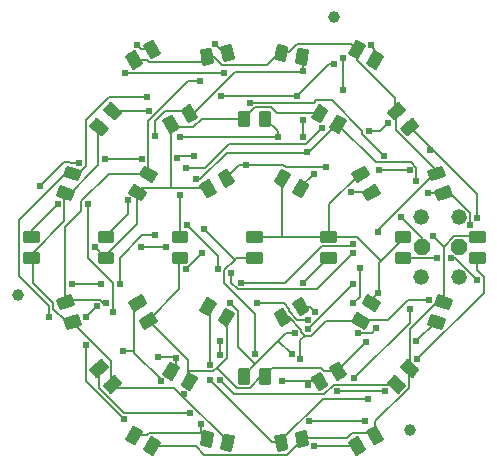
<source format=gbl>
G75*
%MOIN*%
%OFA0B0*%
%FSLAX24Y24*%
%IPPOS*%
%LPD*%
%AMOC8*
5,1,8,0,0,1.08239X$1,22.5*
%
%ADD10C,0.0100*%
%ADD11OC8,0.0520*%
%ADD12C,0.0520*%
%ADD13C,0.0394*%
%ADD14C,0.0080*%
%ADD15C,0.0240*%
D10*
X005683Y003785D02*
X005942Y003635D01*
X005683Y003785D02*
X005908Y004173D01*
X006167Y004023D01*
X005942Y003635D01*
X005999Y003734D02*
X005771Y003734D01*
X005711Y003833D02*
X006057Y003833D01*
X006114Y003932D02*
X005768Y003932D01*
X005826Y004031D02*
X006153Y004031D01*
X005982Y004130D02*
X005883Y004130D01*
X006289Y003435D02*
X006548Y003285D01*
X006289Y003435D02*
X006514Y003823D01*
X006773Y003673D01*
X006548Y003285D01*
X006605Y003384D02*
X006377Y003384D01*
X006317Y003483D02*
X006663Y003483D01*
X006720Y003582D02*
X006374Y003582D01*
X006432Y003681D02*
X006759Y003681D01*
X006588Y003780D02*
X006489Y003780D01*
X008172Y003603D02*
X008465Y003546D01*
X008172Y003603D02*
X008257Y004044D01*
X008550Y003987D01*
X008465Y003546D01*
X008484Y003645D02*
X008180Y003645D01*
X008199Y003744D02*
X008503Y003744D01*
X008522Y003843D02*
X008218Y003843D01*
X008237Y003942D02*
X008541Y003942D01*
X008272Y004041D02*
X008256Y004041D01*
X008859Y003471D02*
X009152Y003414D01*
X008859Y003471D02*
X008944Y003912D01*
X009237Y003855D01*
X009152Y003414D01*
X009171Y003513D02*
X008867Y003513D01*
X008886Y003612D02*
X009190Y003612D01*
X009209Y003711D02*
X008905Y003711D01*
X008924Y003810D02*
X009228Y003810D01*
X008959Y003909D02*
X008943Y003909D01*
X007787Y005429D02*
X007528Y005579D01*
X007753Y005967D01*
X008012Y005817D01*
X007787Y005429D01*
X007844Y005528D02*
X007616Y005528D01*
X007556Y005627D02*
X007902Y005627D01*
X007959Y005726D02*
X007613Y005726D01*
X007671Y005825D02*
X007998Y005825D01*
X007827Y005924D02*
X007728Y005924D01*
X007180Y005779D02*
X006921Y005929D01*
X007146Y006317D01*
X007405Y006167D01*
X007180Y005779D01*
X007237Y005878D02*
X007009Y005878D01*
X006949Y005977D02*
X007295Y005977D01*
X007352Y006076D02*
X007006Y006076D01*
X007064Y006175D02*
X007391Y006175D01*
X007220Y006274D02*
X007121Y006274D01*
X006284Y007473D02*
X006134Y007732D01*
X006522Y007957D01*
X006672Y007698D01*
X006284Y007473D01*
X006227Y007572D02*
X006455Y007572D01*
X006625Y007671D02*
X006169Y007671D01*
X006200Y007770D02*
X006630Y007770D01*
X006573Y007869D02*
X006370Y007869D01*
X005934Y008079D02*
X005784Y008338D01*
X006172Y008563D01*
X006322Y008304D01*
X005934Y008079D01*
X005877Y008178D02*
X006105Y008178D01*
X006275Y008277D02*
X005819Y008277D01*
X005850Y008376D02*
X006280Y008376D01*
X006223Y008475D02*
X006020Y008475D01*
X004765Y009662D02*
X004765Y009962D01*
X005215Y009962D01*
X005215Y009662D01*
X004765Y009662D01*
X004765Y009761D02*
X005215Y009761D01*
X005215Y009860D02*
X004765Y009860D01*
X004765Y009959D02*
X005215Y009959D01*
X004765Y010362D02*
X004765Y010662D01*
X005215Y010662D01*
X005215Y010362D01*
X004765Y010362D01*
X004765Y010461D02*
X005215Y010461D01*
X005215Y010560D02*
X004765Y010560D01*
X004765Y010659D02*
X005215Y010659D01*
X005784Y011986D02*
X005934Y012245D01*
X006322Y012020D01*
X006172Y011761D01*
X005784Y011986D01*
X006001Y011860D02*
X006229Y011860D01*
X006287Y011959D02*
X005831Y011959D01*
X005826Y012058D02*
X006256Y012058D01*
X006086Y012157D02*
X005883Y012157D01*
X006134Y012593D02*
X006284Y012852D01*
X006672Y012627D01*
X006522Y012368D01*
X006134Y012593D01*
X006351Y012467D02*
X006579Y012467D01*
X006637Y012566D02*
X006181Y012566D01*
X006176Y012665D02*
X006606Y012665D01*
X006436Y012764D02*
X006233Y012764D01*
X006921Y014395D02*
X007180Y014545D01*
X007405Y014157D01*
X007146Y014007D01*
X006921Y014395D01*
X007089Y014106D02*
X007317Y014106D01*
X007377Y014205D02*
X007031Y014205D01*
X006974Y014304D02*
X007320Y014304D01*
X007262Y014403D02*
X006935Y014403D01*
X007106Y014502D02*
X007205Y014502D01*
X007528Y014745D02*
X007787Y014895D01*
X008012Y014507D01*
X007753Y014357D01*
X007528Y014745D01*
X007696Y014456D02*
X007924Y014456D01*
X007984Y014555D02*
X007638Y014555D01*
X007581Y014654D02*
X007927Y014654D01*
X007869Y014753D02*
X007542Y014753D01*
X007713Y014852D02*
X007812Y014852D01*
X008172Y016721D02*
X008465Y016778D01*
X008550Y016337D01*
X008257Y016280D01*
X008172Y016721D01*
X008238Y016379D02*
X008542Y016379D01*
X008523Y016478D02*
X008219Y016478D01*
X008200Y016577D02*
X008504Y016577D01*
X008485Y016676D02*
X008181Y016676D01*
X008450Y016775D02*
X008466Y016775D01*
X008859Y016853D02*
X009152Y016910D01*
X009237Y016469D01*
X008944Y016412D01*
X008859Y016853D01*
X008925Y016511D02*
X009229Y016511D01*
X009210Y016610D02*
X008906Y016610D01*
X008887Y016709D02*
X009191Y016709D01*
X009172Y016808D02*
X008868Y016808D01*
X009137Y016907D02*
X009153Y016907D01*
X010733Y016910D02*
X011026Y016853D01*
X010941Y016412D01*
X010648Y016469D01*
X010733Y016910D01*
X010656Y016511D02*
X010960Y016511D01*
X010979Y016610D02*
X010675Y016610D01*
X010694Y016709D02*
X010998Y016709D01*
X011017Y016808D02*
X010713Y016808D01*
X010732Y016907D02*
X010748Y016907D01*
X011420Y016778D02*
X011713Y016721D01*
X011628Y016280D01*
X011335Y016337D01*
X011420Y016778D01*
X011343Y016379D02*
X011647Y016379D01*
X011666Y016478D02*
X011362Y016478D01*
X011381Y016577D02*
X011685Y016577D01*
X011704Y016676D02*
X011400Y016676D01*
X011419Y016775D02*
X011435Y016775D01*
X013337Y017039D02*
X013596Y016889D01*
X013371Y016501D01*
X013112Y016651D01*
X013337Y017039D01*
X013428Y016600D02*
X013200Y016600D01*
X013140Y016699D02*
X013486Y016699D01*
X013543Y016798D02*
X013197Y016798D01*
X013255Y016897D02*
X013582Y016897D01*
X013411Y016996D02*
X013312Y016996D01*
X013943Y016689D02*
X014202Y016539D01*
X013977Y016151D01*
X013718Y016301D01*
X013943Y016689D01*
X014034Y016250D02*
X013806Y016250D01*
X013746Y016349D02*
X014092Y016349D01*
X014149Y016448D02*
X013803Y016448D01*
X013861Y016547D02*
X014188Y016547D01*
X014017Y016646D02*
X013918Y016646D01*
X014737Y014975D02*
X014934Y014748D01*
X014595Y014455D01*
X014398Y014682D01*
X014737Y014975D01*
X014710Y014554D02*
X014509Y014554D01*
X014423Y014653D02*
X014824Y014653D01*
X014931Y014752D02*
X014479Y014752D01*
X014594Y014851D02*
X014845Y014851D01*
X014759Y014950D02*
X014708Y014950D01*
X015195Y014446D02*
X015392Y014219D01*
X015053Y013926D01*
X014856Y014153D01*
X015195Y014446D01*
X015168Y014025D02*
X014967Y014025D01*
X014881Y014124D02*
X015282Y014124D01*
X015389Y014223D02*
X014937Y014223D01*
X015052Y014322D02*
X015303Y014322D01*
X015217Y014421D02*
X015166Y014421D01*
X016181Y012852D02*
X016279Y012569D01*
X015855Y012422D01*
X015757Y012705D01*
X016181Y012852D01*
X016141Y012521D02*
X015821Y012521D01*
X015786Y012620D02*
X016261Y012620D01*
X016227Y012719D02*
X015797Y012719D01*
X016083Y012818D02*
X016193Y012818D01*
X016410Y012191D02*
X016508Y011908D01*
X016084Y011761D01*
X015986Y012044D01*
X016410Y012191D01*
X016370Y011860D02*
X016050Y011860D01*
X016015Y011959D02*
X016490Y011959D01*
X016456Y012058D02*
X016026Y012058D01*
X016312Y012157D02*
X016422Y012157D01*
X017596Y010662D02*
X017596Y010362D01*
X017146Y010362D01*
X017146Y010662D01*
X017596Y010662D01*
X017596Y010461D02*
X017146Y010461D01*
X017146Y010560D02*
X017596Y010560D01*
X017596Y010659D02*
X017146Y010659D01*
X017596Y009962D02*
X017596Y009662D01*
X017146Y009662D01*
X017146Y009962D01*
X017596Y009962D01*
X017596Y009761D02*
X017146Y009761D01*
X017146Y009860D02*
X017596Y009860D01*
X017596Y009959D02*
X017146Y009959D01*
X016508Y008417D02*
X016410Y008134D01*
X015986Y008281D01*
X016084Y008564D01*
X016508Y008417D01*
X016444Y008233D02*
X016124Y008233D01*
X016004Y008332D02*
X016479Y008332D01*
X016468Y008431D02*
X016038Y008431D01*
X016072Y008530D02*
X016182Y008530D01*
X016279Y007755D02*
X016181Y007472D01*
X015757Y007619D01*
X015855Y007902D01*
X016279Y007755D01*
X016215Y007571D02*
X015895Y007571D01*
X015775Y007670D02*
X016250Y007670D01*
X016239Y007769D02*
X015809Y007769D01*
X015843Y007868D02*
X015953Y007868D01*
X015392Y006105D02*
X015195Y005878D01*
X014856Y006171D01*
X015053Y006398D01*
X015392Y006105D01*
X015281Y005977D02*
X015080Y005977D01*
X014966Y006076D02*
X015367Y006076D01*
X015311Y006175D02*
X014859Y006175D01*
X014945Y006274D02*
X015196Y006274D01*
X015082Y006373D02*
X015031Y006373D01*
X014934Y005576D02*
X014737Y005349D01*
X014398Y005642D01*
X014595Y005869D01*
X014934Y005576D01*
X014823Y005448D02*
X014622Y005448D01*
X014508Y005547D02*
X014909Y005547D01*
X014853Y005646D02*
X014401Y005646D01*
X014487Y005745D02*
X014738Y005745D01*
X014624Y005844D02*
X014573Y005844D01*
X012964Y005929D02*
X012705Y005779D01*
X012480Y006167D01*
X012739Y006317D01*
X012964Y005929D01*
X012876Y005878D02*
X012648Y005878D01*
X012590Y005977D02*
X012936Y005977D01*
X012879Y006076D02*
X012533Y006076D01*
X012494Y006175D02*
X012821Y006175D01*
X012764Y006274D02*
X012665Y006274D01*
X012358Y005579D02*
X012099Y005429D01*
X011874Y005817D01*
X012133Y005967D01*
X012358Y005579D01*
X012270Y005528D02*
X012042Y005528D01*
X011984Y005627D02*
X012330Y005627D01*
X012273Y005726D02*
X011927Y005726D01*
X011888Y005825D02*
X012215Y005825D01*
X012158Y005924D02*
X012059Y005924D01*
X010443Y005648D02*
X010143Y005648D01*
X010143Y006098D01*
X010443Y006098D01*
X010443Y005648D01*
X010443Y005747D02*
X010143Y005747D01*
X010143Y005846D02*
X010443Y005846D01*
X010443Y005945D02*
X010143Y005945D01*
X010143Y006044D02*
X010443Y006044D01*
X009743Y005648D02*
X009443Y005648D01*
X009443Y006098D01*
X009743Y006098D01*
X009743Y005648D01*
X009743Y005747D02*
X009443Y005747D01*
X009443Y005846D02*
X009743Y005846D01*
X009743Y005945D02*
X009443Y005945D01*
X009443Y006044D02*
X009743Y006044D01*
X009025Y007574D02*
X008766Y007724D01*
X008991Y008112D01*
X009250Y007962D01*
X009025Y007574D01*
X009082Y007673D02*
X008854Y007673D01*
X008794Y007772D02*
X009140Y007772D01*
X009197Y007871D02*
X008851Y007871D01*
X008909Y007970D02*
X009236Y007970D01*
X009065Y008069D02*
X008966Y008069D01*
X008418Y007924D02*
X008159Y008074D01*
X008384Y008462D01*
X008643Y008312D01*
X008418Y007924D01*
X008475Y008023D02*
X008247Y008023D01*
X008187Y008122D02*
X008533Y008122D01*
X008590Y008221D02*
X008244Y008221D01*
X008302Y008320D02*
X008629Y008320D01*
X008458Y008419D02*
X008359Y008419D01*
X007241Y009662D02*
X007241Y009962D01*
X007691Y009962D01*
X007691Y009662D01*
X007241Y009662D01*
X007241Y009761D02*
X007691Y009761D01*
X007691Y009860D02*
X007241Y009860D01*
X007241Y009959D02*
X007691Y009959D01*
X007241Y010362D02*
X007241Y010662D01*
X007691Y010662D01*
X007691Y010362D01*
X007241Y010362D01*
X007241Y010461D02*
X007691Y010461D01*
X007691Y010560D02*
X007241Y010560D01*
X007241Y010659D02*
X007691Y010659D01*
X008159Y012251D02*
X008418Y012401D01*
X008643Y012013D01*
X008384Y011863D01*
X008159Y012251D01*
X008327Y011962D02*
X008555Y011962D01*
X008615Y012061D02*
X008269Y012061D01*
X008212Y012160D02*
X008558Y012160D01*
X008500Y012259D02*
X008173Y012259D01*
X008344Y012358D02*
X008443Y012358D01*
X008766Y012601D02*
X009025Y012751D01*
X009250Y012363D01*
X008991Y012213D01*
X008766Y012601D01*
X008934Y012312D02*
X009162Y012312D01*
X009222Y012411D02*
X008876Y012411D01*
X008819Y012510D02*
X009165Y012510D01*
X009107Y012609D02*
X008780Y012609D01*
X008951Y012708D02*
X009050Y012708D01*
X009443Y014676D02*
X009743Y014676D01*
X009743Y014226D01*
X009443Y014226D01*
X009443Y014676D01*
X009443Y014325D02*
X009743Y014325D01*
X009743Y014424D02*
X009443Y014424D01*
X009443Y014523D02*
X009743Y014523D01*
X009743Y014622D02*
X009443Y014622D01*
X010143Y014676D02*
X010443Y014676D01*
X010443Y014226D01*
X010143Y014226D01*
X010143Y014676D01*
X010143Y014325D02*
X010443Y014325D01*
X010443Y014424D02*
X010143Y014424D01*
X010143Y014523D02*
X010443Y014523D01*
X010443Y014622D02*
X010143Y014622D01*
X012099Y014895D02*
X012358Y014745D01*
X012133Y014357D01*
X011874Y014507D01*
X012099Y014895D01*
X012190Y014456D02*
X011962Y014456D01*
X011902Y014555D02*
X012248Y014555D01*
X012305Y014654D02*
X011959Y014654D01*
X012017Y014753D02*
X012344Y014753D01*
X012173Y014852D02*
X012074Y014852D01*
X012705Y014545D02*
X012964Y014395D01*
X012739Y014007D01*
X012480Y014157D01*
X012705Y014545D01*
X012796Y014106D02*
X012568Y014106D01*
X012508Y014205D02*
X012854Y014205D01*
X012911Y014304D02*
X012565Y014304D01*
X012623Y014403D02*
X012950Y014403D01*
X012779Y014502D02*
X012680Y014502D01*
X013601Y012852D02*
X013751Y012593D01*
X013363Y012368D01*
X013213Y012627D01*
X013601Y012852D01*
X013534Y012467D02*
X013306Y012467D01*
X013248Y012566D02*
X013704Y012566D01*
X013709Y012665D02*
X013279Y012665D01*
X013449Y012764D02*
X013652Y012764D01*
X013951Y012245D02*
X014101Y011986D01*
X013713Y011761D01*
X013563Y012020D01*
X013951Y012245D01*
X013884Y011860D02*
X013656Y011860D01*
X013598Y011959D02*
X014054Y011959D01*
X014059Y012058D02*
X013629Y012058D01*
X013799Y012157D02*
X014002Y012157D01*
X015120Y010662D02*
X015120Y010362D01*
X014670Y010362D01*
X014670Y010662D01*
X015120Y010662D01*
X015120Y010461D02*
X014670Y010461D01*
X014670Y010560D02*
X015120Y010560D01*
X015120Y010659D02*
X014670Y010659D01*
X015120Y009962D02*
X015120Y009662D01*
X014670Y009662D01*
X014670Y009962D01*
X015120Y009962D01*
X015120Y009761D02*
X014670Y009761D01*
X014670Y009860D02*
X015120Y009860D01*
X015120Y009959D02*
X014670Y009959D01*
X014101Y008338D02*
X013951Y008079D01*
X013563Y008304D01*
X013713Y008563D01*
X014101Y008338D01*
X014008Y008178D02*
X013780Y008178D01*
X013610Y008277D02*
X014066Y008277D01*
X014035Y008376D02*
X013605Y008376D01*
X013662Y008475D02*
X013865Y008475D01*
X013751Y007732D02*
X013601Y007473D01*
X013213Y007698D01*
X013363Y007957D01*
X013751Y007732D01*
X013658Y007572D02*
X013430Y007572D01*
X013260Y007671D02*
X013716Y007671D01*
X013685Y007770D02*
X013255Y007770D01*
X013312Y007869D02*
X013515Y007869D01*
X011726Y008074D02*
X011467Y007924D01*
X011242Y008312D01*
X011501Y008462D01*
X011726Y008074D01*
X011638Y008023D02*
X011410Y008023D01*
X011352Y008122D02*
X011698Y008122D01*
X011641Y008221D02*
X011295Y008221D01*
X011256Y008320D02*
X011583Y008320D01*
X011526Y008419D02*
X011427Y008419D01*
X011119Y007724D02*
X010860Y007574D01*
X010635Y007962D01*
X010894Y008112D01*
X011119Y007724D01*
X011031Y007673D02*
X010803Y007673D01*
X010745Y007772D02*
X011091Y007772D01*
X011034Y007871D02*
X010688Y007871D01*
X010649Y007970D02*
X010976Y007970D01*
X010919Y008069D02*
X010820Y008069D01*
X010168Y009662D02*
X010168Y009962D01*
X010168Y009662D02*
X009718Y009662D01*
X009718Y009962D01*
X010168Y009962D01*
X010168Y009761D02*
X009718Y009761D01*
X009718Y009860D02*
X010168Y009860D01*
X010168Y009959D02*
X009718Y009959D01*
X010168Y010362D02*
X010168Y010662D01*
X010168Y010362D02*
X009718Y010362D01*
X009718Y010662D01*
X010168Y010662D01*
X010168Y010461D02*
X009718Y010461D01*
X009718Y010560D02*
X010168Y010560D01*
X010168Y010659D02*
X009718Y010659D01*
X010860Y012751D02*
X011119Y012601D01*
X010894Y012213D01*
X010635Y012363D01*
X010860Y012751D01*
X010951Y012312D02*
X010723Y012312D01*
X010663Y012411D02*
X011009Y012411D01*
X011066Y012510D02*
X010720Y012510D01*
X010778Y012609D02*
X011105Y012609D01*
X010934Y012708D02*
X010835Y012708D01*
X011467Y012401D02*
X011726Y012251D01*
X011501Y011863D01*
X011242Y012013D01*
X011467Y012401D01*
X011558Y011962D02*
X011330Y011962D01*
X011270Y012061D02*
X011616Y012061D01*
X011673Y012160D02*
X011327Y012160D01*
X011385Y012259D02*
X011712Y012259D01*
X011541Y012358D02*
X011442Y012358D01*
X012644Y010662D02*
X012644Y010362D01*
X012194Y010362D01*
X012194Y010662D01*
X012644Y010662D01*
X012644Y010461D02*
X012194Y010461D01*
X012194Y010560D02*
X012644Y010560D01*
X012644Y010659D02*
X012194Y010659D01*
X012644Y009962D02*
X012644Y009662D01*
X012194Y009662D01*
X012194Y009962D01*
X012644Y009962D01*
X012644Y009761D02*
X012194Y009761D01*
X012194Y009860D02*
X012644Y009860D01*
X012644Y009959D02*
X012194Y009959D01*
X014202Y003785D02*
X013943Y003635D01*
X013718Y004023D01*
X013977Y004173D01*
X014202Y003785D01*
X014114Y003734D02*
X013886Y003734D01*
X013828Y003833D02*
X014174Y003833D01*
X014117Y003932D02*
X013771Y003932D01*
X013732Y004031D02*
X014059Y004031D01*
X014002Y004130D02*
X013903Y004130D01*
X013596Y003435D02*
X013337Y003285D01*
X013112Y003673D01*
X013371Y003823D01*
X013596Y003435D01*
X013508Y003384D02*
X013280Y003384D01*
X013222Y003483D02*
X013568Y003483D01*
X013511Y003582D02*
X013165Y003582D01*
X013126Y003681D02*
X013453Y003681D01*
X013396Y003780D02*
X013297Y003780D01*
X011713Y003603D02*
X011420Y003546D01*
X011335Y003987D01*
X011628Y004044D01*
X011713Y003603D01*
X011705Y003645D02*
X011401Y003645D01*
X011382Y003744D02*
X011686Y003744D01*
X011667Y003843D02*
X011363Y003843D01*
X011344Y003942D02*
X011648Y003942D01*
X011629Y004041D02*
X011613Y004041D01*
X011026Y003471D02*
X010733Y003414D01*
X010648Y003855D01*
X010941Y003912D01*
X011026Y003471D01*
X011018Y003513D02*
X010714Y003513D01*
X010695Y003612D02*
X010999Y003612D01*
X010980Y003711D02*
X010676Y003711D01*
X010657Y003810D02*
X010961Y003810D01*
X010942Y003909D02*
X010926Y003909D01*
X005148Y005349D02*
X004951Y005576D01*
X005290Y005869D01*
X005487Y005642D01*
X005148Y005349D01*
X005062Y005448D02*
X005263Y005448D01*
X005377Y005547D02*
X004976Y005547D01*
X005032Y005646D02*
X005484Y005646D01*
X005398Y005745D02*
X005147Y005745D01*
X005261Y005844D02*
X005312Y005844D01*
X004690Y005878D02*
X004493Y006105D01*
X004832Y006398D01*
X005029Y006171D01*
X004690Y005878D01*
X004604Y005977D02*
X004805Y005977D01*
X004919Y006076D02*
X004518Y006076D01*
X004574Y006175D02*
X005026Y006175D01*
X004940Y006274D02*
X004689Y006274D01*
X004803Y006373D02*
X004854Y006373D01*
X003704Y007472D02*
X003606Y007755D01*
X004030Y007902D01*
X004128Y007619D01*
X003704Y007472D01*
X003670Y007571D02*
X003990Y007571D01*
X004110Y007670D02*
X003635Y007670D01*
X003646Y007769D02*
X004076Y007769D01*
X004042Y007868D02*
X003932Y007868D01*
X003475Y008134D02*
X003377Y008417D01*
X003801Y008564D01*
X003899Y008281D01*
X003475Y008134D01*
X003441Y008233D02*
X003761Y008233D01*
X003881Y008332D02*
X003406Y008332D01*
X003417Y008431D02*
X003847Y008431D01*
X003813Y008530D02*
X003703Y008530D01*
X002289Y009662D02*
X002289Y009962D01*
X002739Y009962D01*
X002739Y009662D01*
X002289Y009662D01*
X002289Y009761D02*
X002739Y009761D01*
X002739Y009860D02*
X002289Y009860D01*
X002289Y009959D02*
X002739Y009959D01*
X002289Y010362D02*
X002289Y010662D01*
X002739Y010662D01*
X002739Y010362D01*
X002289Y010362D01*
X002289Y010461D02*
X002739Y010461D01*
X002739Y010560D02*
X002289Y010560D01*
X002289Y010659D02*
X002739Y010659D01*
X003377Y011908D02*
X003475Y012191D01*
X003899Y012044D01*
X003801Y011761D01*
X003377Y011908D01*
X003515Y011860D02*
X003835Y011860D01*
X003870Y011959D02*
X003395Y011959D01*
X003429Y012058D02*
X003859Y012058D01*
X003573Y012157D02*
X003463Y012157D01*
X003606Y012569D02*
X003704Y012852D01*
X004128Y012705D01*
X004030Y012422D01*
X003606Y012569D01*
X003744Y012521D02*
X004064Y012521D01*
X004099Y012620D02*
X003624Y012620D01*
X003658Y012719D02*
X004088Y012719D01*
X003802Y012818D02*
X003692Y012818D01*
X004493Y014219D02*
X004690Y014446D01*
X005029Y014153D01*
X004832Y013926D01*
X004493Y014219D01*
X004717Y014025D02*
X004918Y014025D01*
X005004Y014124D02*
X004603Y014124D01*
X004496Y014223D02*
X004948Y014223D01*
X004833Y014322D02*
X004582Y014322D01*
X004668Y014421D02*
X004719Y014421D01*
X004951Y014748D02*
X005148Y014975D01*
X005487Y014682D01*
X005290Y014455D01*
X004951Y014748D01*
X005175Y014554D02*
X005376Y014554D01*
X005462Y014653D02*
X005061Y014653D01*
X004954Y014752D02*
X005406Y014752D01*
X005291Y014851D02*
X005040Y014851D01*
X005126Y014950D02*
X005177Y014950D01*
X005683Y016539D02*
X005942Y016689D01*
X006167Y016301D01*
X005908Y016151D01*
X005683Y016539D01*
X005851Y016250D02*
X006079Y016250D01*
X006139Y016349D02*
X005793Y016349D01*
X005736Y016448D02*
X006082Y016448D01*
X006024Y016547D02*
X005697Y016547D01*
X005868Y016646D02*
X005967Y016646D01*
X006289Y016889D02*
X006548Y017039D01*
X006773Y016651D01*
X006514Y016501D01*
X006289Y016889D01*
X006457Y016600D02*
X006685Y016600D01*
X006745Y016699D02*
X006399Y016699D01*
X006342Y016798D02*
X006688Y016798D01*
X006630Y016897D02*
X006303Y016897D01*
X006474Y016996D02*
X006573Y016996D01*
D11*
X015543Y010162D03*
X016773Y010162D03*
D12*
X016773Y009162D03*
X015513Y009162D03*
X015513Y011162D03*
X016773Y011162D03*
D13*
X012600Y017839D03*
X002069Y008587D03*
X015159Y004060D03*
D14*
X013978Y003912D02*
X013960Y003904D01*
X013953Y003986D01*
X013215Y003986D01*
X013043Y003814D01*
X011542Y003814D01*
X011524Y003795D01*
X011517Y003789D01*
X011517Y003715D01*
X011050Y003248D01*
X008294Y003248D01*
X007999Y003543D01*
X006547Y003543D01*
X006531Y003554D01*
X006375Y003912D02*
X006448Y003986D01*
X008171Y003986D01*
X008171Y004281D01*
X008171Y003986D02*
X008343Y003814D01*
X008361Y003795D01*
X009032Y003740D02*
X007556Y005216D01*
X007605Y005266D01*
X007556Y005216D02*
X007285Y005487D01*
X005341Y005487D01*
X005243Y005585D01*
X005219Y005609D01*
X005194Y005635D01*
X005194Y006373D01*
X003889Y007677D01*
X003867Y007687D01*
X003840Y007702D01*
X003668Y007702D01*
X003250Y008120D01*
X003250Y008292D01*
X002561Y008981D01*
X002561Y009793D01*
X002514Y009812D01*
X002536Y009818D01*
X002536Y009941D01*
X003619Y011023D01*
X003619Y011958D01*
X003638Y011976D01*
X003643Y011786D01*
X004751Y012893D01*
X004751Y014173D01*
X004761Y014186D01*
X004332Y014394D02*
X004332Y012869D01*
X004135Y012672D01*
X003889Y012672D01*
X003867Y012637D01*
X003865Y012623D01*
X003668Y012623D01*
X002118Y011073D01*
X002118Y009203D01*
X003102Y008218D01*
X003102Y007825D01*
X003638Y008349D02*
X003668Y008415D01*
X004800Y008415D01*
X004923Y008292D01*
X005021Y008292D01*
X004701Y008194D02*
X004332Y007825D01*
X003638Y008349D02*
X003643Y008366D01*
X003643Y010827D01*
X004185Y011368D01*
X004185Y011688D01*
X005095Y012598D01*
X006399Y012598D01*
X006403Y012610D01*
X006424Y012623D01*
X006424Y014370D01*
X007753Y015699D01*
X008146Y015699D01*
X008171Y016338D02*
X008343Y016511D01*
X008361Y016529D01*
X008392Y016511D01*
X008614Y016511D01*
X008884Y016240D01*
X010385Y016240D01*
X010804Y016658D01*
X010837Y016661D01*
X010853Y016683D01*
X011099Y016683D01*
X011370Y016953D01*
X013166Y016953D01*
X013338Y016781D01*
X013354Y016770D01*
X013363Y016732D01*
X013363Y016412D01*
X014642Y015133D01*
X014642Y014739D01*
X014666Y014715D01*
X014667Y014714D01*
X014667Y014075D01*
X015996Y012746D01*
X015996Y012647D01*
X016018Y012637D01*
X015971Y012623D01*
X014076Y010728D01*
X014076Y010654D01*
X013363Y010507D02*
X012477Y010507D01*
X012419Y010512D01*
X012452Y010531D01*
X012452Y011589D01*
X013461Y012598D01*
X013482Y012610D01*
X014101Y012721D02*
X015134Y012721D01*
X015356Y012820D02*
X015184Y012992D01*
X014003Y012992D01*
X012748Y014247D01*
X012722Y014276D01*
X012698Y014271D01*
X011763Y013336D01*
X011714Y013336D01*
X011690Y013312D01*
X009032Y013312D01*
X008146Y012426D01*
X007999Y012426D01*
X008392Y012131D02*
X008401Y012132D01*
X008392Y012131D02*
X007162Y012131D01*
X007162Y014271D01*
X007163Y014276D01*
X007187Y014173D01*
X007925Y014173D01*
X008195Y014444D01*
X009573Y014444D01*
X009593Y014451D01*
X009623Y014468D01*
X009992Y014837D01*
X010508Y014837D01*
X010705Y014641D01*
X012108Y014641D01*
X012116Y014626D01*
X011936Y014985D02*
X012009Y015059D01*
X012551Y015059D01*
X013560Y014050D01*
X013560Y013927D01*
X014273Y013213D01*
X014150Y014025D02*
X013781Y014025D01*
X014150Y014025D02*
X014421Y014296D01*
X015124Y014186D02*
X015134Y014173D01*
X015848Y013459D01*
X015823Y013435D01*
X015823Y013410D01*
X015848Y013459D02*
X017374Y011934D01*
X017374Y011122D01*
X017152Y011294D02*
X017152Y010900D01*
X017152Y011294D02*
X016488Y011958D01*
X016266Y011958D01*
X016247Y011976D01*
X016242Y011983D01*
X015750Y011983D01*
X015356Y012377D02*
X015356Y012820D01*
X014839Y011171D02*
X015528Y010482D01*
X015528Y010162D01*
X015543Y010162D01*
X015922Y010531D02*
X016266Y010187D01*
X016266Y008366D01*
X016247Y008349D01*
X016242Y008341D01*
X016045Y008341D01*
X015134Y007431D01*
X015134Y006176D01*
X015124Y006138D01*
X015110Y006127D01*
X015110Y005487D01*
X013978Y004355D01*
X013978Y003912D01*
X013633Y004355D02*
X011788Y004355D01*
X011960Y003543D02*
X013338Y003543D01*
X013354Y003554D01*
X013756Y005118D02*
X012231Y005118D01*
X010853Y003740D01*
X010853Y003691D01*
X010837Y003663D01*
X010828Y003666D01*
X010558Y003666D01*
X008491Y005733D01*
X008589Y006028D02*
X007753Y006028D01*
X007753Y005708D01*
X007770Y005698D01*
X007753Y006028D02*
X007753Y006397D01*
X006424Y007726D01*
X006403Y007715D01*
X006448Y007751D01*
X007457Y008760D01*
X007457Y009793D01*
X007466Y009812D01*
X007679Y009424D02*
X008220Y009965D01*
X008737Y009867D02*
X008737Y009424D01*
X008958Y009399D02*
X009303Y009744D01*
X008269Y010777D01*
X007703Y010900D02*
X008737Y009867D01*
X008958Y009399D02*
X008958Y008981D01*
X009992Y007948D01*
X009992Y006594D01*
X009992Y006274D02*
X009426Y006840D01*
X009426Y008021D01*
X009155Y008292D01*
X009401Y008760D02*
X012034Y008760D01*
X013240Y009965D01*
X013166Y010211D02*
X013240Y010285D01*
X013166Y010211D02*
X012206Y010211D01*
X010976Y008981D01*
X009500Y008981D01*
X009401Y008760D02*
X009180Y008981D01*
X009180Y009301D01*
X009303Y009744D02*
X009352Y009793D01*
X009943Y009793D01*
X009943Y009812D01*
X009943Y010507D02*
X009943Y010512D01*
X009943Y010507D02*
X010878Y010507D01*
X010878Y012475D01*
X010877Y012482D01*
X011001Y012844D02*
X010927Y012918D01*
X009672Y012918D01*
X009450Y012918D01*
X009032Y012500D01*
X009008Y012482D01*
X008319Y012820D02*
X009106Y013607D01*
X011690Y013607D01*
X012206Y014124D01*
X011591Y014419D02*
X011591Y013828D01*
X010730Y013828D02*
X010705Y013853D01*
X007482Y013853D01*
X007457Y013213D02*
X007383Y013140D01*
X007457Y013213D02*
X007949Y013213D01*
X007679Y012820D02*
X008319Y012820D01*
X007482Y011909D02*
X007482Y010531D01*
X007466Y010512D01*
X007014Y010187D02*
X006178Y010187D01*
X006227Y010556D02*
X005464Y009793D01*
X005464Y008932D01*
X005243Y008956D02*
X004406Y009793D01*
X004406Y011589D01*
X003397Y011589D02*
X002536Y010728D01*
X002536Y010531D01*
X002514Y010512D01*
X003865Y008932D02*
X004849Y008932D01*
X005243Y008956D02*
X005243Y007997D01*
X005956Y008243D02*
X006030Y008317D01*
X006053Y008321D01*
X005956Y008243D02*
X005956Y006693D01*
X005563Y006693D01*
X005956Y006693D02*
X005956Y006643D01*
X006842Y005758D01*
X006842Y005708D01*
X007163Y006048D02*
X007187Y006053D01*
X007359Y006225D01*
X007359Y006471D01*
X007334Y006496D01*
X006744Y006496D01*
X008491Y006250D02*
X008491Y008095D01*
X008417Y008169D01*
X008401Y008193D01*
X009008Y007843D02*
X009032Y007825D01*
X009032Y006471D01*
X008712Y006151D01*
X009377Y005487D01*
X009795Y005487D01*
X010164Y005856D01*
X010287Y005856D01*
X010293Y005873D01*
X010312Y005905D01*
X010558Y006151D01*
X012182Y006151D01*
X012280Y006053D01*
X012698Y006053D01*
X012722Y006048D01*
X012748Y006078D01*
X013683Y007013D01*
X013880Y007308D02*
X013412Y007308D01*
X013461Y007702D02*
X013482Y007715D01*
X013510Y007726D01*
X014421Y007726D01*
X015085Y008391D01*
X015774Y008391D01*
X015134Y008120D02*
X015134Y007652D01*
X013289Y005807D01*
X012600Y005585D02*
X012280Y005266D01*
X009278Y005266D01*
X008811Y005733D01*
X008589Y006028D02*
X008712Y006151D01*
X008811Y006570D02*
X008811Y007037D01*
X009598Y005881D02*
X009593Y005873D01*
X009598Y005881D02*
X009992Y006274D01*
X010755Y007037D01*
X011197Y006594D01*
X011493Y006447D02*
X011493Y007062D01*
X011640Y007209D01*
X011517Y007332D01*
X011517Y007406D01*
X011099Y007825D01*
X010878Y007825D01*
X010877Y007843D01*
X011124Y008021D02*
X011124Y008120D01*
X010951Y008292D01*
X010041Y008292D01*
X011124Y008021D02*
X011394Y007751D01*
X011739Y007751D01*
X011985Y007997D02*
X011813Y008169D01*
X011493Y008169D01*
X011484Y008193D01*
X011591Y008981D02*
X012403Y009793D01*
X012419Y009812D01*
X012403Y010507D02*
X012419Y010512D01*
X012403Y010507D02*
X010878Y010507D01*
X011484Y012132D02*
X011493Y012155D01*
X011936Y012598D01*
X012354Y012844D02*
X011001Y012844D01*
X010730Y013828D02*
X010730Y014025D01*
X010312Y014444D01*
X010293Y014451D01*
X009819Y014985D02*
X011936Y014985D01*
X011370Y015206D02*
X008835Y015206D01*
X008958Y015969D02*
X005636Y015969D01*
X005932Y016412D02*
X005925Y016420D01*
X005932Y016412D02*
X006375Y016412D01*
X006448Y016338D01*
X008171Y016338D01*
X008638Y016953D02*
X008909Y016683D01*
X009032Y016683D01*
X009048Y016661D01*
X009327Y016018D02*
X007949Y014641D01*
X007802Y014641D01*
X007770Y014626D01*
X007753Y014641D01*
X007679Y014714D01*
X006990Y014714D01*
X006645Y014370D01*
X006645Y013878D01*
X006448Y014714D02*
X005243Y014714D01*
X005219Y014715D01*
X005120Y015182D02*
X004332Y014394D01*
X005120Y015182D02*
X006375Y015182D01*
X006531Y016770D02*
X006522Y016781D01*
X006178Y016781D01*
X006055Y016904D01*
X009327Y016018D02*
X011567Y016018D01*
X011591Y016043D01*
X011591Y016461D01*
X011542Y016511D01*
X011524Y016529D01*
X012428Y016265D02*
X011370Y015206D01*
X012428Y016265D02*
X012600Y016265D01*
X012920Y016486D02*
X012920Y015403D01*
X013960Y016420D02*
X013953Y016437D01*
X013953Y016781D01*
X013830Y016904D01*
X013830Y012008D02*
X013191Y012008D01*
X013830Y012008D02*
X013832Y012003D01*
X013363Y010507D02*
X014175Y009695D01*
X014888Y010408D01*
X014888Y010507D01*
X014895Y010512D01*
X014895Y009812D02*
X014913Y009793D01*
X016045Y009793D01*
X016266Y010187D02*
X016611Y010531D01*
X017349Y010531D01*
X017371Y010512D01*
X017371Y009812D02*
X017374Y009793D01*
X017374Y009399D01*
X017595Y009178D01*
X017595Y008637D01*
X015381Y006422D01*
X015356Y007037D02*
X015996Y007677D01*
X016018Y007687D01*
X017374Y009079D02*
X016660Y009793D01*
X016512Y009793D01*
X014175Y009695D02*
X014101Y009621D01*
X014101Y008661D01*
X014076Y008637D01*
X013855Y008415D01*
X013855Y008341D01*
X013832Y008321D01*
X013461Y008514D02*
X013240Y008292D01*
X013461Y008514D02*
X013461Y009473D01*
X013240Y008932D02*
X011739Y007431D01*
X011837Y007209D02*
X011640Y007209D01*
X011837Y007209D02*
X012329Y007702D01*
X013461Y007702D01*
X013880Y007308D02*
X014027Y007455D01*
X014666Y005609D02*
X014642Y005585D01*
X012600Y005585D01*
X012698Y005364D02*
X014322Y005364D01*
X012116Y005698D02*
X012108Y005708D01*
X011739Y005708D01*
X011739Y005585D01*
X011739Y005708D02*
X010878Y005708D01*
X010755Y007037D02*
X011025Y007308D01*
X011296Y007308D01*
X007802Y004650D02*
X005612Y004650D01*
X004775Y005487D01*
X004775Y006127D01*
X004761Y006138D01*
X004332Y005708D02*
X004332Y006914D01*
X004332Y005708D02*
X005612Y004429D01*
X005932Y003912D02*
X005925Y003904D01*
X005932Y003912D02*
X006375Y003912D01*
X009032Y003740D02*
X009032Y003666D01*
X009048Y003663D01*
X004990Y009812D02*
X004972Y009818D01*
X004628Y010162D01*
X004997Y009916D02*
X006030Y010950D01*
X006030Y011983D01*
X006053Y012003D01*
X006079Y012032D01*
X006178Y012131D01*
X007162Y012131D01*
X006202Y013115D02*
X004972Y013115D01*
X004111Y012967D02*
X003840Y012967D01*
X003791Y013016D01*
X003619Y013016D01*
X002807Y012204D01*
X004997Y010531D02*
X004990Y010512D01*
X004997Y010531D02*
X005735Y011269D01*
X005735Y011737D01*
X006227Y010556D02*
X006645Y010556D01*
X004997Y009916D02*
X004997Y009818D01*
X004990Y009812D01*
D15*
X005612Y004429D03*
X006842Y005708D03*
X006744Y006496D03*
X007359Y006471D03*
X008491Y006250D03*
X008811Y006570D03*
X008811Y007037D03*
X009992Y006594D03*
X010878Y005708D03*
X011493Y006447D03*
X011197Y006594D03*
X011296Y007308D03*
X011739Y007431D03*
X011739Y007751D03*
X011985Y007997D03*
X011591Y008981D03*
X013240Y008932D03*
X013461Y009473D03*
X013240Y009965D03*
X013240Y010285D03*
X014076Y010654D03*
X014839Y011171D03*
X015750Y011983D03*
X015356Y012377D03*
X015134Y012721D03*
X015823Y013410D03*
X014421Y014296D03*
X013781Y014025D03*
X014273Y013213D03*
X014101Y012721D03*
X013191Y012008D03*
X012354Y012844D03*
X011936Y012598D03*
X011714Y013336D03*
X011591Y013828D03*
X012206Y014124D03*
X011591Y014419D03*
X011370Y015206D03*
X011591Y016043D03*
X012600Y016265D03*
X012920Y016486D03*
X013830Y016904D03*
X012920Y015403D03*
X010730Y013828D03*
X009672Y012918D03*
X007999Y012426D03*
X007679Y012820D03*
X007383Y013140D03*
X007949Y013213D03*
X007482Y013853D03*
X006645Y013878D03*
X006448Y014714D03*
X006375Y015182D03*
X005636Y015969D03*
X006055Y016904D03*
X008146Y015699D03*
X008835Y015206D03*
X008958Y015969D03*
X008638Y016953D03*
X009819Y014985D03*
X007482Y011909D03*
X007703Y010900D03*
X008269Y010777D03*
X008220Y009965D03*
X008737Y009424D03*
X009180Y009301D03*
X009500Y008981D03*
X009155Y008292D03*
X010041Y008292D03*
X007679Y009424D03*
X007014Y010187D03*
X006645Y010556D03*
X006178Y010187D03*
X005464Y008932D03*
X004849Y008932D03*
X005021Y008292D03*
X004701Y008194D03*
X004332Y007825D03*
X004332Y006914D03*
X005563Y006693D03*
X005243Y007997D03*
X003865Y008932D03*
X003102Y007825D03*
X004628Y010162D03*
X004406Y011589D03*
X003397Y011589D03*
X002807Y012204D03*
X004111Y012967D03*
X004972Y013115D03*
X006202Y013115D03*
X005735Y011737D03*
X008491Y005733D03*
X008811Y005733D03*
X007802Y004650D03*
X008171Y004281D03*
X007605Y005266D03*
X011739Y005585D03*
X012698Y005364D03*
X013289Y005807D03*
X013756Y005118D03*
X014322Y005364D03*
X013633Y004355D03*
X011960Y003543D03*
X011788Y004355D03*
X013683Y007013D03*
X013412Y007308D03*
X014027Y007455D03*
X013240Y008292D03*
X014076Y008637D03*
X015134Y008120D03*
X015774Y008391D03*
X015356Y007037D03*
X015381Y006422D03*
X017374Y009079D03*
X016512Y009793D03*
X016045Y009793D03*
X015922Y010531D03*
X017152Y010900D03*
X017374Y011122D03*
M02*

</source>
